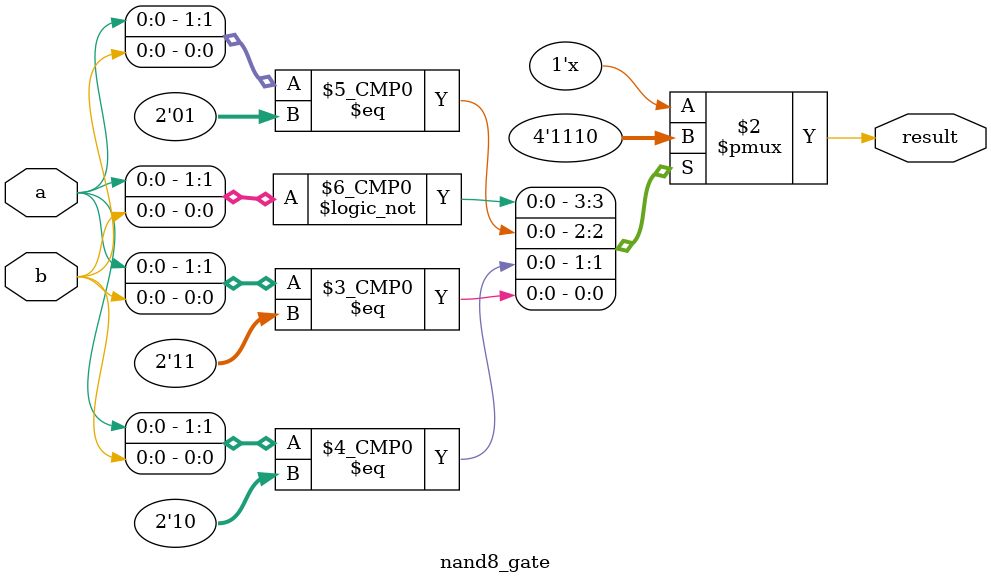
<source format=v>
module nand8_gate (
    input a,
    input b,
    output reg result
);

always @(*) begin
    case ({a, b})
        2'b00: result = 1;
        2'b01: result = 1;
        2'b10: result = 1;
        2'b11: result = 0;
    endcase
end

endmodule

</source>
